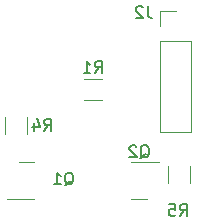
<source format=gbr>
%TF.GenerationSoftware,KiCad,Pcbnew,(6.0.0)*%
%TF.CreationDate,2022-01-16T12:51:45+01:00*%
%TF.ProjectId,HW_watchdog,48575f77-6174-4636-9864-6f672e6b6963,rev?*%
%TF.SameCoordinates,Original*%
%TF.FileFunction,Legend,Bot*%
%TF.FilePolarity,Positive*%
%FSLAX46Y46*%
G04 Gerber Fmt 4.6, Leading zero omitted, Abs format (unit mm)*
G04 Created by KiCad (PCBNEW (6.0.0)) date 2022-01-16 12:51:45*
%MOMM*%
%LPD*%
G01*
G04 APERTURE LIST*
%ADD10C,0.150000*%
%ADD11C,0.120000*%
G04 APERTURE END LIST*
D10*
%TO.C,R1*%
X131166666Y-121969880D02*
X131500000Y-121493690D01*
X131738095Y-121969880D02*
X131738095Y-120969880D01*
X131357142Y-120969880D01*
X131261904Y-121017500D01*
X131214285Y-121065119D01*
X131166666Y-121160357D01*
X131166666Y-121303214D01*
X131214285Y-121398452D01*
X131261904Y-121446071D01*
X131357142Y-121493690D01*
X131738095Y-121493690D01*
X130214285Y-121969880D02*
X130785714Y-121969880D01*
X130500000Y-121969880D02*
X130500000Y-120969880D01*
X130595238Y-121112738D01*
X130690476Y-121207976D01*
X130785714Y-121255595D01*
%TO.C,J2*%
X135633333Y-116289880D02*
X135633333Y-117004166D01*
X135680952Y-117147023D01*
X135776190Y-117242261D01*
X135919047Y-117289880D01*
X136014285Y-117289880D01*
X135204761Y-116385119D02*
X135157142Y-116337500D01*
X135061904Y-116289880D01*
X134823809Y-116289880D01*
X134728571Y-116337500D01*
X134680952Y-116385119D01*
X134633333Y-116480357D01*
X134633333Y-116575595D01*
X134680952Y-116718452D01*
X135252380Y-117289880D01*
X134633333Y-117289880D01*
%TO.C,R4*%
X126866666Y-126852380D02*
X127200000Y-126376190D01*
X127438095Y-126852380D02*
X127438095Y-125852380D01*
X127057142Y-125852380D01*
X126961904Y-125900000D01*
X126914285Y-125947619D01*
X126866666Y-126042857D01*
X126866666Y-126185714D01*
X126914285Y-126280952D01*
X126961904Y-126328571D01*
X127057142Y-126376190D01*
X127438095Y-126376190D01*
X126009523Y-126185714D02*
X126009523Y-126852380D01*
X126247619Y-125804761D02*
X126485714Y-126519047D01*
X125866666Y-126519047D01*
%TO.C,Q1*%
X128595238Y-131485119D02*
X128690476Y-131437500D01*
X128785714Y-131342261D01*
X128928571Y-131199404D01*
X129023809Y-131151785D01*
X129119047Y-131151785D01*
X129071428Y-131389880D02*
X129166666Y-131342261D01*
X129261904Y-131247023D01*
X129309523Y-131056547D01*
X129309523Y-130723214D01*
X129261904Y-130532738D01*
X129166666Y-130437500D01*
X129071428Y-130389880D01*
X128880952Y-130389880D01*
X128785714Y-130437500D01*
X128690476Y-130532738D01*
X128642857Y-130723214D01*
X128642857Y-131056547D01*
X128690476Y-131247023D01*
X128785714Y-131342261D01*
X128880952Y-131389880D01*
X129071428Y-131389880D01*
X127690476Y-131389880D02*
X128261904Y-131389880D01*
X127976190Y-131389880D02*
X127976190Y-130389880D01*
X128071428Y-130532738D01*
X128166666Y-130627976D01*
X128261904Y-130675595D01*
%TO.C,R5*%
X138366666Y-134052380D02*
X138700000Y-133576190D01*
X138938095Y-134052380D02*
X138938095Y-133052380D01*
X138557142Y-133052380D01*
X138461904Y-133100000D01*
X138414285Y-133147619D01*
X138366666Y-133242857D01*
X138366666Y-133385714D01*
X138414285Y-133480952D01*
X138461904Y-133528571D01*
X138557142Y-133576190D01*
X138938095Y-133576190D01*
X137461904Y-133052380D02*
X137938095Y-133052380D01*
X137985714Y-133528571D01*
X137938095Y-133480952D01*
X137842857Y-133433333D01*
X137604761Y-133433333D01*
X137509523Y-133480952D01*
X137461904Y-133528571D01*
X137414285Y-133623809D01*
X137414285Y-133861904D01*
X137461904Y-133957142D01*
X137509523Y-134004761D01*
X137604761Y-134052380D01*
X137842857Y-134052380D01*
X137938095Y-134004761D01*
X137985714Y-133957142D01*
%TO.C,Q2*%
X134995238Y-129185119D02*
X135090476Y-129137500D01*
X135185714Y-129042261D01*
X135328571Y-128899404D01*
X135423809Y-128851785D01*
X135519047Y-128851785D01*
X135471428Y-129089880D02*
X135566666Y-129042261D01*
X135661904Y-128947023D01*
X135709523Y-128756547D01*
X135709523Y-128423214D01*
X135661904Y-128232738D01*
X135566666Y-128137500D01*
X135471428Y-128089880D01*
X135280952Y-128089880D01*
X135185714Y-128137500D01*
X135090476Y-128232738D01*
X135042857Y-128423214D01*
X135042857Y-128756547D01*
X135090476Y-128947023D01*
X135185714Y-129042261D01*
X135280952Y-129089880D01*
X135471428Y-129089880D01*
X134661904Y-128185119D02*
X134614285Y-128137500D01*
X134519047Y-128089880D01*
X134280952Y-128089880D01*
X134185714Y-128137500D01*
X134138095Y-128185119D01*
X134090476Y-128280357D01*
X134090476Y-128375595D01*
X134138095Y-128518452D01*
X134709523Y-129089880D01*
X134090476Y-129089880D01*
D11*
%TO.C,R1*%
X131727064Y-124247500D02*
X130272936Y-124247500D01*
X131727064Y-122427500D02*
X130272936Y-122427500D01*
%TO.C,J2*%
X139330000Y-119270000D02*
X136670000Y-119270000D01*
X136670000Y-119270000D02*
X136670000Y-126950000D01*
X138000000Y-116670000D02*
X136670000Y-116670000D01*
X136670000Y-116670000D02*
X136670000Y-118000000D01*
X139330000Y-119270000D02*
X139330000Y-126950000D01*
X139330000Y-126950000D02*
X136670000Y-126950000D01*
%TO.C,R4*%
X125410000Y-127164564D02*
X125410000Y-125710436D01*
X123590000Y-127164564D02*
X123590000Y-125710436D01*
%TO.C,Q1*%
X125400000Y-132597500D02*
X123725000Y-132597500D01*
X125400000Y-132597500D02*
X126050000Y-132597500D01*
X125400000Y-129477500D02*
X126050000Y-129477500D01*
X125400000Y-129477500D02*
X124750000Y-129477500D01*
%TO.C,R5*%
X139210000Y-131264564D02*
X139210000Y-129810436D01*
X137390000Y-131264564D02*
X137390000Y-129810436D01*
%TO.C,Q2*%
X134900000Y-129477500D02*
X136575000Y-129477500D01*
X134900000Y-129477500D02*
X134250000Y-129477500D01*
X134900000Y-132597500D02*
X134250000Y-132597500D01*
X134900000Y-132597500D02*
X135550000Y-132597500D01*
%TD*%
M02*

</source>
